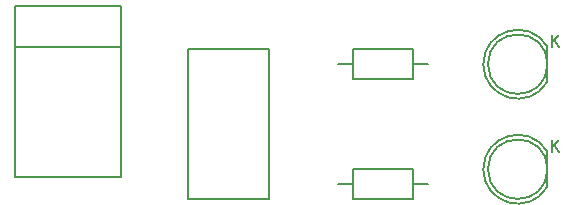
<source format=gbr>
G04 #@! TF.FileFunction,Legend,Top*
%FSLAX46Y46*%
G04 Gerber Fmt 4.6, Leading zero omitted, Abs format (unit mm)*
G04 Created by KiCad (PCBNEW 4.0.2-stable) date Wednesday, 27 July 2016 'pmt' 13:43:39*
%MOMM*%
G01*
G04 APERTURE LIST*
%ADD10C,0.100000*%
%ADD11C,0.150000*%
G04 APERTURE END LIST*
D10*
D11*
X180284888Y-83565096D02*
G75*
G03X180300000Y-86590000I-2484888J-1524904D01*
G01*
X180300000Y-83590000D02*
X180300000Y-86590000D01*
X180317936Y-85090000D02*
G75*
G03X180317936Y-85090000I-2517936J0D01*
G01*
X163830000Y-83820000D02*
X168910000Y-83820000D01*
X168910000Y-83820000D02*
X168910000Y-86360000D01*
X168910000Y-86360000D02*
X163830000Y-86360000D01*
X163830000Y-86360000D02*
X163830000Y-83820000D01*
X163830000Y-85090000D02*
X162560000Y-85090000D01*
X168910000Y-85090000D02*
X170180000Y-85090000D01*
X163830000Y-93980000D02*
X168910000Y-93980000D01*
X168910000Y-93980000D02*
X168910000Y-96520000D01*
X168910000Y-96520000D02*
X163830000Y-96520000D01*
X163830000Y-96520000D02*
X163830000Y-93980000D01*
X163830000Y-95250000D02*
X162560000Y-95250000D01*
X168910000Y-95250000D02*
X170180000Y-95250000D01*
X144200880Y-83629500D02*
X135199120Y-83629500D01*
X144200880Y-80129380D02*
X135199120Y-80129380D01*
X135199120Y-80129380D02*
X135199120Y-94630240D01*
X135199120Y-94630240D02*
X144200880Y-94630240D01*
X144200880Y-94630240D02*
X144200880Y-80129380D01*
X180284888Y-92455096D02*
G75*
G03X180300000Y-95480000I-2484888J-1524904D01*
G01*
X180300000Y-92480000D02*
X180300000Y-95480000D01*
X180317936Y-93980000D02*
G75*
G03X180317936Y-93980000I-2517936J0D01*
G01*
X156718000Y-96520000D02*
X149860000Y-96520000D01*
X149860000Y-96520000D02*
X149860000Y-83820000D01*
X149860000Y-83820000D02*
X156718000Y-83820000D01*
X156718000Y-83820000D02*
X156718000Y-96520000D01*
X180713095Y-83637381D02*
X180713095Y-82637381D01*
X181284524Y-83637381D02*
X180855952Y-83065952D01*
X181284524Y-82637381D02*
X180713095Y-83208810D01*
X180713095Y-92527381D02*
X180713095Y-91527381D01*
X181284524Y-92527381D02*
X180855952Y-91955952D01*
X181284524Y-91527381D02*
X180713095Y-92098810D01*
M02*

</source>
